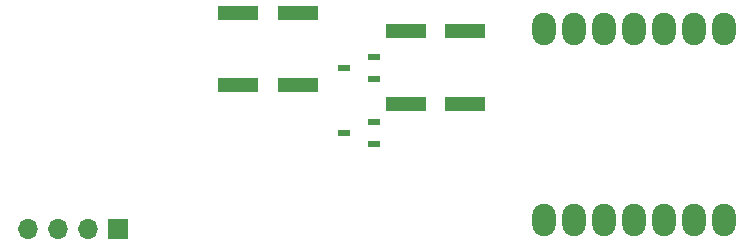
<source format=gbr>
%TF.GenerationSoftware,KiCad,Pcbnew,8.0.5-8.0.5-0~ubuntu22.04.1*%
%TF.CreationDate,2024-09-17T07:51:36-05:00*%
%TF.ProjectId,cheating-calc,63686561-7469-46e6-972d-63616c632e6b,rev?*%
%TF.SameCoordinates,Original*%
%TF.FileFunction,Soldermask,Top*%
%TF.FilePolarity,Negative*%
%FSLAX46Y46*%
G04 Gerber Fmt 4.6, Leading zero omitted, Abs format (unit mm)*
G04 Created by KiCad (PCBNEW 8.0.5-8.0.5-0~ubuntu22.04.1) date 2024-09-17 07:51:36*
%MOMM*%
%LPD*%
G01*
G04 APERTURE LIST*
G04 Aperture macros list*
%AMRoundRect*
0 Rectangle with rounded corners*
0 $1 Rounding radius*
0 $2 $3 $4 $5 $6 $7 $8 $9 X,Y pos of 4 corners*
0 Add a 4 corners polygon primitive as box body*
4,1,4,$2,$3,$4,$5,$6,$7,$8,$9,$2,$3,0*
0 Add four circle primitives for the rounded corners*
1,1,$1+$1,$2,$3*
1,1,$1+$1,$4,$5*
1,1,$1+$1,$6,$7*
1,1,$1+$1,$8,$9*
0 Add four rect primitives between the rounded corners*
20,1,$1+$1,$2,$3,$4,$5,0*
20,1,$1+$1,$4,$5,$6,$7,0*
20,1,$1+$1,$6,$7,$8,$9,0*
20,1,$1+$1,$8,$9,$2,$3,0*%
G04 Aperture macros list end*
%ADD10R,1.070000X0.600000*%
%ADD11R,1.700000X1.700000*%
%ADD12O,1.700000X1.700000*%
%ADD13R,3.460000X1.280000*%
%ADD14RoundRect,1.000000X-0.000010X0.375000X-0.000010X-0.375000X0.000010X-0.375000X0.000010X0.375000X0*%
G04 APERTURE END LIST*
D10*
%TO.C,Q1*%
X122740000Y-58950000D03*
X122740000Y-57050000D03*
X120260000Y-58000000D03*
%TD*%
D11*
%TO.C,J1*%
X101092000Y-71628000D03*
D12*
X98552000Y-71628000D03*
X96012000Y-71628000D03*
X93472000Y-71628000D03*
%TD*%
D13*
%TO.C,R4*%
X125500000Y-61000000D03*
X125500000Y-54860000D03*
%TD*%
%TO.C,R2*%
X116350000Y-59450000D03*
X116350000Y-53310000D03*
%TD*%
D14*
%TO.C,U1*%
X152400000Y-54701000D03*
X149860000Y-54701000D03*
X147320000Y-54701000D03*
X144780000Y-54701000D03*
X142240000Y-54701000D03*
X139700000Y-54701000D03*
X137160000Y-54701000D03*
X137160000Y-70866000D03*
X139700000Y-70866000D03*
X142240000Y-70866000D03*
X144780000Y-70866000D03*
X147320000Y-70866000D03*
X149860000Y-70866000D03*
X152400000Y-70866000D03*
%TD*%
D13*
%TO.C,R3*%
X130500000Y-61000000D03*
X130500000Y-54860000D03*
%TD*%
D10*
%TO.C,Q2*%
X122740000Y-64450000D03*
X122740000Y-62550000D03*
X120260000Y-63500000D03*
%TD*%
D13*
%TO.C,R1*%
X111250000Y-59450000D03*
X111250000Y-53310000D03*
%TD*%
M02*

</source>
